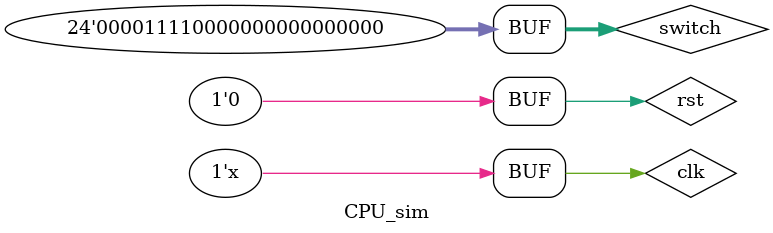
<source format=v>
`timescale 1ns / 1ps


module CPU_sim();
    reg           clk=1'b0;
    reg           rst=1'b1;
    reg[23:0]     switch=24'b0;    
    wire[23:0]    led;
    wire[7:0]     DIG;//°ËÎ»Ê¹ÄÜÐÅºÅ
    wire[7:0]     Y;//µãÁÁÊýÂë¹Ü
//    wire    clkout1;
//    wire [31:0] Ins;
//    wire[31:0] reg18;
//    wire switchout;
//    wire ledout;
//    wire prstout;
//    wire[31:0] aluout;
//    wire[31:0] read1out;
//    wire[31:0] read2out;
//    wire[31:0] writedata;
//    wire[31:0] numout;
//    wire alusrc;
//    wire[31:0] wdout;
//    wire iowriteout;
    top_cpu u1(.clk(clk),.rst(rst),.switch(switch),.led(led),.DIG(DIG),.Y(Y));//,.clkout(clkout1),.Ins(Ins),.aluout(aluout),.reg18(reg18),.read2out(read2out),.wdout(writedata),.numout(numout));
    always #5 
    begin
    clk=~clk;
    end
    
    initial
    begin
    #10000
    begin
    rst=0;
    end
    #100000
    switch=24'h001234;
    #100000
    switch=24'h001111;
    #100000
    switch=24'h01ffff;
    #100000
        switch=24'h021234;
     #100000
        switch=24'h031111;
     #10000
        switch=24'h04ffff;
     #100000
         switch=24'h051111;
     #100000
        switch=24'h06ffff;
    #100000
            switch=24'h081234;
            #100000
            switch=24'h080a06;
            #100000
            switch=24'h09060a;
            #100000
                switch=24'h0a0000;
             #100000
             switch=24'h0b0000;
             #100000
                switch=24'h0c0000;
             #100000
                 switch=24'h0d0000;
             #100000
                switch=24'h0e0000;
                #100000
             switch=24'h0f0000;
    end
endmodule

</source>
